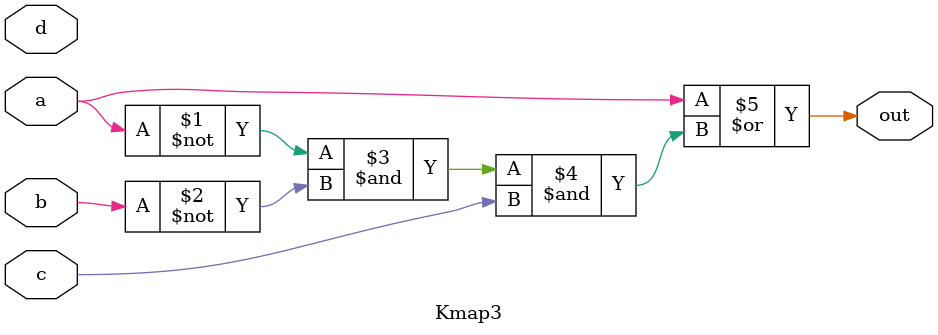
<source format=v>

module Kmap3 (
    input  a, b, c, d,
    output out
);
    assign out = a | ((~a)&(~b)&c) ;
endmodule

</source>
